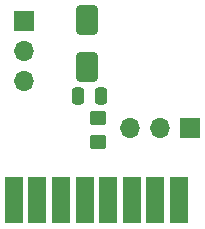
<source format=gbr>
%TF.GenerationSoftware,KiCad,Pcbnew,8.0.2-1*%
%TF.CreationDate,2024-06-01T01:47:10-04:00*%
%TF.ProjectId,ez-servo,657a2d73-6572-4766-9f2e-6b696361645f,v0.0.0*%
%TF.SameCoordinates,Original*%
%TF.FileFunction,Soldermask,Bot*%
%TF.FilePolarity,Negative*%
%FSLAX46Y46*%
G04 Gerber Fmt 4.6, Leading zero omitted, Abs format (unit mm)*
G04 Created by KiCad (PCBNEW 8.0.2-1) date 2024-06-01 01:47:10*
%MOMM*%
%LPD*%
G01*
G04 APERTURE LIST*
G04 Aperture macros list*
%AMRoundRect*
0 Rectangle with rounded corners*
0 $1 Rounding radius*
0 $2 $3 $4 $5 $6 $7 $8 $9 X,Y pos of 4 corners*
0 Add a 4 corners polygon primitive as box body*
4,1,4,$2,$3,$4,$5,$6,$7,$8,$9,$2,$3,0*
0 Add four circle primitives for the rounded corners*
1,1,$1+$1,$2,$3*
1,1,$1+$1,$4,$5*
1,1,$1+$1,$6,$7*
1,1,$1+$1,$8,$9*
0 Add four rect primitives between the rounded corners*
20,1,$1+$1,$2,$3,$4,$5,0*
20,1,$1+$1,$4,$5,$6,$7,0*
20,1,$1+$1,$6,$7,$8,$9,0*
20,1,$1+$1,$8,$9,$2,$3,0*%
G04 Aperture macros list end*
%ADD10RoundRect,0.250000X-0.250000X-0.475000X0.250000X-0.475000X0.250000X0.475000X-0.250000X0.475000X0*%
%ADD11RoundRect,0.250000X-0.450000X0.350000X-0.450000X-0.350000X0.450000X-0.350000X0.450000X0.350000X0*%
%ADD12RoundRect,0.250000X0.650000X-1.000000X0.650000X1.000000X-0.650000X1.000000X-0.650000X-1.000000X0*%
%ADD13R,1.500000X4.000000*%
%ADD14R,1.700000X1.700000*%
%ADD15O,1.700000X1.700000*%
G04 APERTURE END LIST*
D10*
%TO.C,C2*%
X8700000Y-8240000D03*
X10600000Y-8240000D03*
%TD*%
D11*
%TO.C,R2*%
X10400000Y-10070000D03*
X10400000Y-12070000D03*
%TD*%
D12*
%TO.C,D1*%
X9410000Y-5760000D03*
X9410000Y-1760000D03*
%TD*%
D13*
%TO.C,J1*%
X17250000Y-17000000D03*
X15250000Y-17000000D03*
X13250000Y-17000000D03*
X11250000Y-17000000D03*
X9250000Y-17000000D03*
X7250000Y-17000000D03*
X5250000Y-17000000D03*
X3250000Y-17000000D03*
%TD*%
D14*
%TO.C,J2*%
X4150000Y-1850000D03*
D15*
X4150000Y-4390000D03*
X4150000Y-6930000D03*
%TD*%
D14*
%TO.C,J3*%
X18200000Y-10930000D03*
D15*
X15660000Y-10930000D03*
X13120000Y-10930000D03*
%TD*%
M02*

</source>
